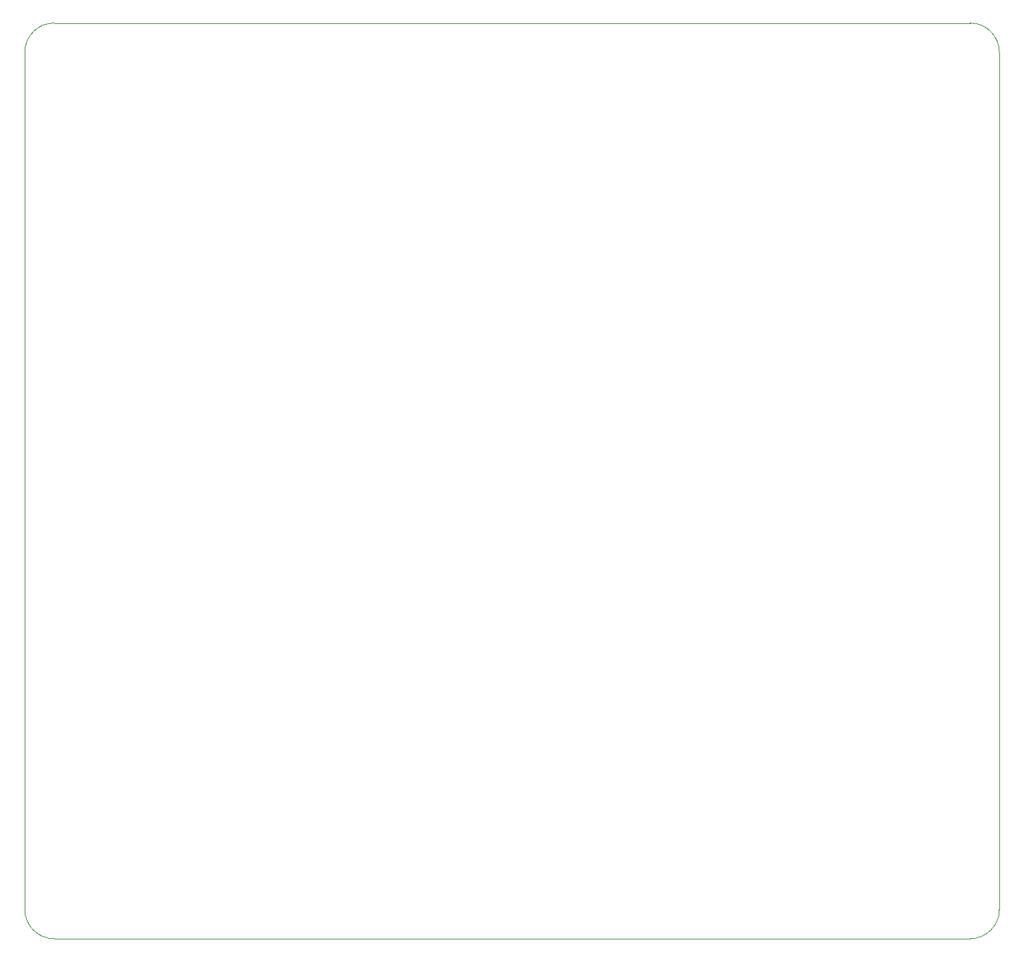
<source format=gm1>
%TF.GenerationSoftware,KiCad,Pcbnew,6.0.5-a6ca702e91~116~ubuntu20.04.1*%
%TF.CreationDate,2022-05-31T08:03:47-06:00*%
%TF.ProjectId,mainboard,6d61696e-626f-4617-9264-2e6b69636164,rev?*%
%TF.SameCoordinates,Original*%
%TF.FileFunction,Profile,NP*%
%FSLAX46Y46*%
G04 Gerber Fmt 4.6, Leading zero omitted, Abs format (unit mm)*
G04 Created by KiCad (PCBNEW 6.0.5-a6ca702e91~116~ubuntu20.04.1) date 2022-05-31 08:03:47*
%MOMM*%
%LPD*%
G01*
G04 APERTURE LIST*
%TA.AperFunction,Profile*%
%ADD10C,0.100000*%
%TD*%
G04 APERTURE END LIST*
D10*
X120500000Y-146500000D02*
G75*
G03*
X124000000Y-150000000I3500000J0D01*
G01*
X234000000Y-150000000D02*
G75*
G03*
X237500000Y-146500000I0J3500000D01*
G01*
X237500000Y-43500000D02*
G75*
G03*
X234000000Y-40000000I-3500000J0D01*
G01*
X124000000Y-40000000D02*
G75*
G03*
X120500000Y-43500000I0J-3500000D01*
G01*
X234000000Y-40000000D02*
X124000000Y-40000000D01*
X237500000Y-146500000D02*
X237500000Y-43500000D01*
X124000000Y-150000000D02*
X234000000Y-150000000D01*
X120500000Y-43500000D02*
X120500000Y-146500000D01*
M02*

</source>
